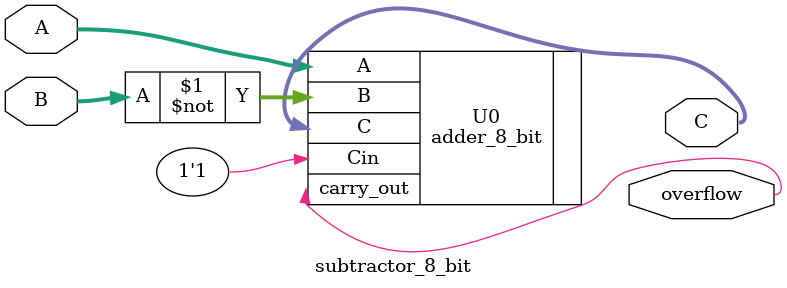
<source format=v>
module subtractor_8_bit #(parameter WIDTH=8)(input [WIDTH-1:0] A,
input [WIDTH-1:0] B,
output [WIDTH-1:0] C,
output overflow);
adder_8_bit #(.WIDTH(WIDTH))U0(.A(A),.B(~B),.Cin(1'b1),.C(C),.carry_out(overflow));


endmodule
</source>
